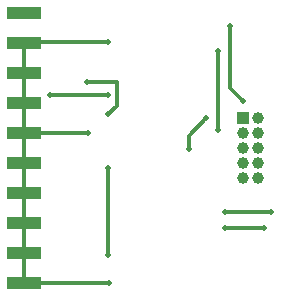
<source format=gbl>
G04 (created by PCBNEW-RS274X (2012-01-19 BZR 3256)-stable) date 2/28/2013 8:15:35 AM*
G01*
G70*
G90*
%MOIN*%
G04 Gerber Fmt 3.4, Leading zero omitted, Abs format*
%FSLAX34Y34*%
G04 APERTURE LIST*
%ADD10C,0.006000*%
%ADD11R,0.039400X0.039400*%
%ADD12C,0.039400*%
%ADD13R,0.118100X0.039400*%
%ADD14C,0.020000*%
%ADD15C,0.011800*%
G04 APERTURE END LIST*
G54D10*
G54D11*
X49213Y-31028D03*
G54D12*
X49713Y-31028D03*
X49213Y-31528D03*
X49713Y-31528D03*
X49213Y-32028D03*
X49713Y-32028D03*
X49213Y-32528D03*
X49713Y-32528D03*
X49213Y-33028D03*
X49713Y-33028D03*
G54D13*
X41929Y-27528D03*
X41929Y-28528D03*
X41929Y-29528D03*
X41929Y-30528D03*
X41929Y-31528D03*
X41929Y-32528D03*
X41929Y-33528D03*
X41929Y-34528D03*
X41929Y-35528D03*
X41929Y-36528D03*
G54D14*
X44055Y-31535D03*
X44724Y-28504D03*
X44764Y-36535D03*
X48386Y-31417D03*
X48386Y-28780D03*
X50157Y-34173D03*
X48622Y-34173D03*
X49921Y-34685D03*
X48622Y-34685D03*
X44724Y-30906D03*
X44724Y-35591D03*
X44016Y-29843D03*
X44724Y-32677D03*
X49213Y-30472D03*
X47402Y-32047D03*
X48780Y-27953D03*
X47992Y-31024D03*
X44724Y-30276D03*
X42795Y-30276D03*
G54D15*
X41936Y-31535D02*
X41929Y-31528D01*
X44055Y-31535D02*
X41936Y-31535D01*
X41929Y-28528D02*
X41929Y-29528D01*
X41929Y-29528D02*
X41929Y-30528D01*
X41929Y-30528D02*
X41929Y-31528D01*
X41953Y-28504D02*
X44724Y-28504D01*
X41929Y-28528D02*
X41953Y-28504D01*
X41929Y-31528D02*
X41929Y-32528D01*
X41929Y-32528D02*
X41929Y-33528D01*
X41929Y-33528D02*
X41929Y-34528D01*
X41929Y-34528D02*
X41929Y-35528D01*
X41929Y-35528D02*
X41929Y-36528D01*
X44757Y-36528D02*
X41929Y-36528D01*
X44764Y-36535D02*
X44757Y-36528D01*
X48386Y-28780D02*
X48386Y-31417D01*
X50157Y-34173D02*
X48622Y-34173D01*
X49921Y-34685D02*
X48622Y-34685D01*
X45000Y-30630D02*
X44724Y-30906D01*
X45000Y-29843D02*
X45000Y-30630D01*
X44724Y-35591D02*
X44724Y-32677D01*
X44016Y-29843D02*
X45000Y-29843D01*
X49213Y-30472D02*
X48780Y-30039D01*
X47402Y-32047D02*
X47402Y-31614D01*
X48780Y-30039D02*
X48780Y-27953D01*
X47402Y-31614D02*
X47992Y-31024D01*
X44724Y-30276D02*
X42795Y-30276D01*
M02*

</source>
